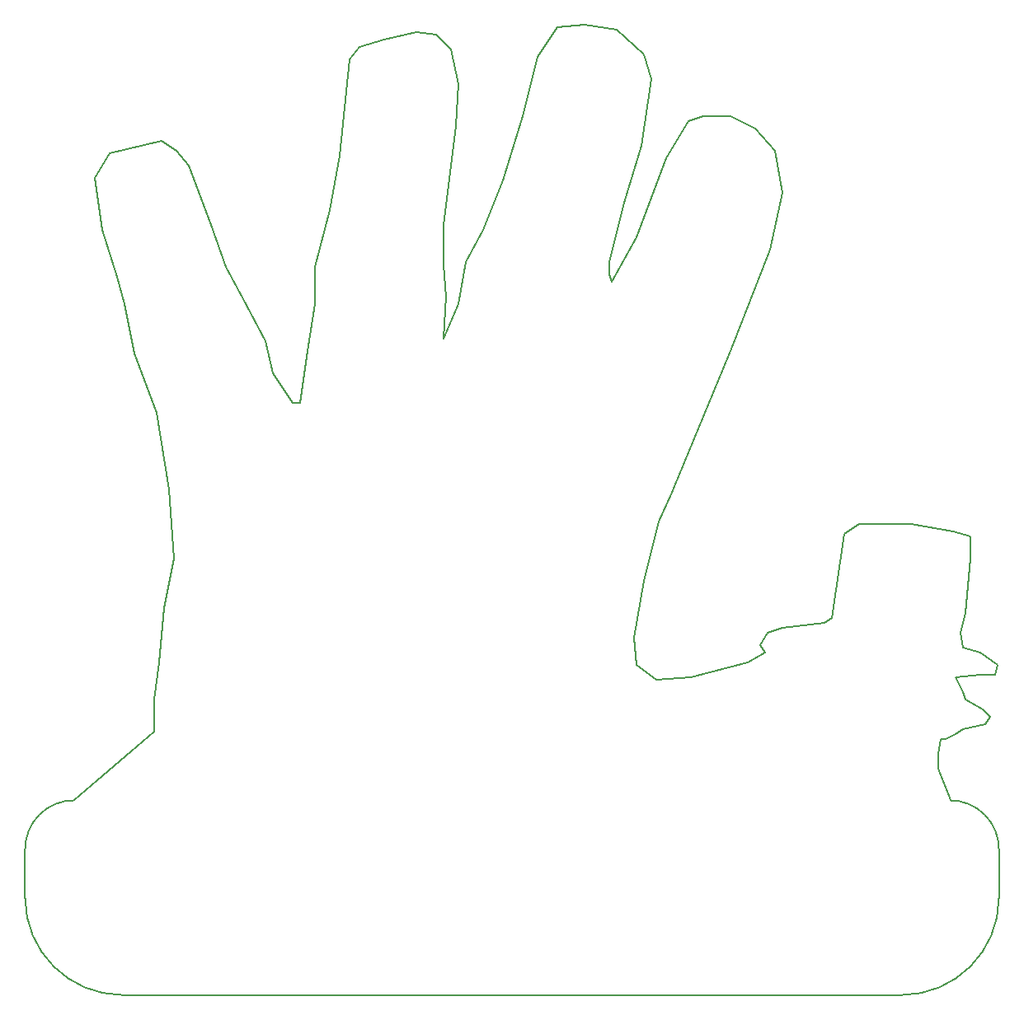
<source format=gbr>
G04 #@! TF.FileFunction,Profile,NP*
%FSLAX46Y46*%
G04 Gerber Fmt 4.6, Leading zero omitted, Abs format (unit mm)*
G04 Created by KiCad (PCBNEW 4.0.6) date 11/09/17 18:44:30*
%MOMM*%
%LPD*%
G01*
G04 APERTURE LIST*
%ADD10C,0.100000*%
%ADD11C,0.150000*%
G04 APERTURE END LIST*
D10*
D11*
X193802000Y-125222000D02*
X193802000Y-126746000D01*
X194056000Y-123698000D02*
X193802000Y-125222000D01*
X194564000Y-123698000D02*
X194056000Y-123698000D01*
X195580000Y-123190000D02*
X194564000Y-123698000D01*
X196342000Y-122682000D02*
X195580000Y-123190000D01*
X198628000Y-122174000D02*
X196342000Y-122682000D01*
X199136000Y-121412000D02*
X198628000Y-122174000D01*
X198374000Y-120650000D02*
X199136000Y-121412000D01*
X196596000Y-119634000D02*
X198374000Y-120650000D01*
X196342000Y-118872000D02*
X196596000Y-119634000D01*
X195834000Y-117856000D02*
X196342000Y-118872000D01*
X195580000Y-117348000D02*
X195834000Y-117856000D01*
X198120000Y-117094000D02*
X195580000Y-117348000D01*
X199644000Y-117094000D02*
X198120000Y-117094000D01*
X199898000Y-116078000D02*
X199644000Y-117094000D01*
X198120000Y-114808000D02*
X199898000Y-116078000D01*
X196342000Y-114300000D02*
X198120000Y-114808000D01*
X196088000Y-112776000D02*
X196342000Y-114300000D01*
X196596000Y-110744000D02*
X196088000Y-112776000D01*
X197104000Y-105156000D02*
X196596000Y-110744000D01*
X197104000Y-102870000D02*
X197104000Y-105156000D01*
X195326000Y-102362000D02*
X197104000Y-102870000D01*
X191008000Y-101600000D02*
X195326000Y-102362000D01*
X185674000Y-101600000D02*
X191008000Y-101600000D01*
X184150000Y-102616000D02*
X185674000Y-101600000D01*
X182880000Y-111252000D02*
X184150000Y-102616000D01*
X182118000Y-111760000D02*
X182880000Y-111252000D01*
X177800000Y-112268000D02*
X182118000Y-111760000D01*
X176276000Y-112776000D02*
X177800000Y-112268000D01*
X175514000Y-114046000D02*
X176276000Y-112776000D01*
X176022000Y-114808000D02*
X175514000Y-114046000D01*
X174244000Y-115824000D02*
X176022000Y-114808000D01*
X168402000Y-117348000D02*
X174244000Y-115824000D01*
X164846000Y-117602000D02*
X168402000Y-117348000D01*
X162814000Y-116078000D02*
X164846000Y-117602000D01*
X162560000Y-113284000D02*
X162814000Y-116078000D01*
X163576000Y-107442000D02*
X162560000Y-113284000D01*
X165100000Y-101346000D02*
X163576000Y-107442000D01*
X166370000Y-98552000D02*
X165100000Y-101346000D01*
X172466000Y-83820000D02*
X166370000Y-98552000D01*
X176530000Y-73406000D02*
X172466000Y-83820000D01*
X177800000Y-67564000D02*
X176530000Y-73406000D01*
X177038000Y-63246000D02*
X177800000Y-67564000D01*
X175006000Y-60960000D02*
X177038000Y-63246000D01*
X172466000Y-59690000D02*
X175006000Y-60960000D01*
X169672000Y-59690000D02*
X172466000Y-59690000D01*
X168148000Y-60198000D02*
X169672000Y-59690000D01*
X165862000Y-64008000D02*
X168148000Y-60198000D01*
X162814000Y-72136000D02*
X165862000Y-64008000D01*
X160274000Y-76708000D02*
X162814000Y-72136000D01*
X160020000Y-75946000D02*
X160274000Y-76708000D01*
X160020000Y-74676000D02*
X160020000Y-75946000D01*
X161544000Y-68580000D02*
X160020000Y-74676000D01*
X163322000Y-62738000D02*
X161544000Y-68580000D01*
X164338000Y-55880000D02*
X163322000Y-62738000D01*
X163576000Y-53340000D02*
X164338000Y-55880000D01*
X160782000Y-50800000D02*
X163576000Y-53340000D01*
X157480000Y-50292000D02*
X160782000Y-50800000D01*
X154686000Y-50546000D02*
X157480000Y-50292000D01*
X152654000Y-53594000D02*
X154686000Y-50546000D01*
X151130000Y-59690000D02*
X152654000Y-53594000D01*
X149098000Y-66294000D02*
X151130000Y-59690000D01*
X147066000Y-71374000D02*
X149098000Y-66294000D01*
X145288000Y-74676000D02*
X147066000Y-71374000D01*
X144526000Y-78994000D02*
X145288000Y-74676000D01*
X143002000Y-82550000D02*
X144526000Y-78994000D01*
X143256000Y-78232000D02*
X143002000Y-82550000D01*
X143002000Y-74930000D02*
X143256000Y-78232000D01*
X143002000Y-70866000D02*
X143002000Y-74930000D01*
X143510000Y-66802000D02*
X143002000Y-70866000D01*
X144272000Y-60706000D02*
X143510000Y-66802000D01*
X144526000Y-56388000D02*
X144272000Y-60706000D01*
X143764000Y-52832000D02*
X144526000Y-56388000D01*
X142240000Y-51308000D02*
X143764000Y-52832000D01*
X140208000Y-51054000D02*
X142240000Y-51308000D01*
X136906000Y-51816000D02*
X140208000Y-51054000D01*
X134366000Y-52578000D02*
X136906000Y-51816000D01*
X133350000Y-53848000D02*
X134366000Y-52578000D01*
X132334000Y-63754000D02*
X133350000Y-53848000D01*
X131318000Y-69342000D02*
X132334000Y-63754000D01*
X129794000Y-75184000D02*
X131318000Y-69342000D01*
X129794000Y-78994000D02*
X129794000Y-75184000D01*
X129032000Y-83820000D02*
X129794000Y-78994000D01*
X128270000Y-89154000D02*
X129032000Y-83820000D01*
X127508000Y-89154000D02*
X128270000Y-89154000D01*
X125476000Y-86106000D02*
X127508000Y-89154000D01*
X124714000Y-82804000D02*
X125476000Y-86106000D01*
X122428000Y-78486000D02*
X124714000Y-82804000D01*
X120650000Y-75184000D02*
X122428000Y-78486000D01*
X119126000Y-70866000D02*
X120650000Y-75184000D01*
X116840000Y-64770000D02*
X119126000Y-70866000D01*
X115570000Y-63246000D02*
X116840000Y-64770000D01*
X114046000Y-62230000D02*
X115570000Y-63246000D01*
X108712000Y-63500000D02*
X114046000Y-62230000D01*
X107188000Y-66040000D02*
X108712000Y-63500000D01*
X107950000Y-71374000D02*
X107188000Y-66040000D01*
X109474000Y-76200000D02*
X107950000Y-71374000D01*
X110236000Y-78994000D02*
X109474000Y-76200000D01*
X111252000Y-84074000D02*
X110236000Y-78994000D01*
X113538000Y-90170000D02*
X111252000Y-84074000D01*
X114808000Y-98044000D02*
X113538000Y-90170000D01*
X115316000Y-105156000D02*
X114808000Y-98044000D01*
X114300000Y-110236000D02*
X115316000Y-105156000D01*
X113792000Y-115824000D02*
X114300000Y-110236000D01*
X113284000Y-119634000D02*
X113792000Y-115824000D01*
X113284000Y-122936000D02*
X113284000Y-119634000D01*
X105000000Y-130000000D02*
X113284000Y-122936000D01*
X195000000Y-130000000D02*
X193802000Y-126746000D01*
X105000000Y-130000000D02*
G75*
G03X100000000Y-135000000I0J-5000000D01*
G01*
X200000000Y-135000000D02*
G75*
G03X195000000Y-130000000I-5000000J0D01*
G01*
X100000000Y-140000000D02*
X100000000Y-135000000D01*
X200000000Y-140000000D02*
X200000000Y-135000000D01*
X190000000Y-150000000D02*
X110000000Y-150000000D01*
X100000000Y-140000000D02*
G75*
G03X110000000Y-150000000I10000000J0D01*
G01*
X190000000Y-150000000D02*
G75*
G03X200000000Y-140000000I0J10000000D01*
G01*
M02*

</source>
